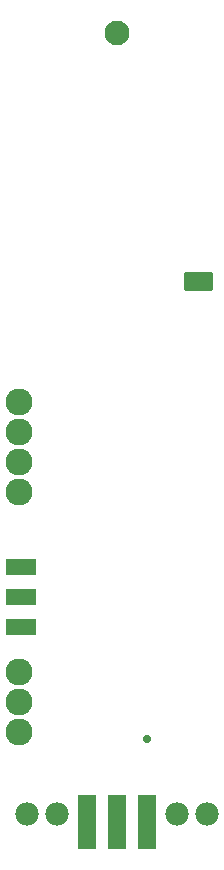
<source format=gbs>
G75*
%MOIN*%
%OFA0B0*%
%FSLAX24Y24*%
%IPPOS*%
%LPD*%
%AMOC8*
5,1,8,0,0,1.08239X$1,22.5*
%
%ADD10C,0.0827*%
%ADD11C,0.0120*%
%ADD12C,0.0900*%
%ADD13R,0.1040X0.0540*%
%ADD14C,0.0780*%
%ADD15R,0.0640X0.1840*%
%ADD16C,0.0280*%
D10*
X003950Y027450D03*
D11*
X006250Y019400D02*
X006250Y018900D01*
X007100Y018900D01*
X007100Y019400D01*
X006250Y019400D01*
X006250Y019347D02*
X007100Y019347D01*
X007100Y019229D02*
X006250Y019229D01*
X006250Y019110D02*
X007100Y019110D01*
X007100Y018992D02*
X006250Y018992D01*
D12*
X000700Y015150D03*
X000700Y014150D03*
X000700Y013150D03*
X000700Y012150D03*
X000700Y006150D03*
X000700Y005150D03*
X000700Y004150D03*
D13*
X000750Y007650D03*
X000750Y008650D03*
X000750Y009650D03*
D14*
X000950Y001400D03*
X001950Y001400D03*
X005950Y001400D03*
X006950Y001400D03*
D15*
X004950Y001150D03*
X003950Y001150D03*
X002950Y001150D03*
D16*
X004950Y003900D03*
M02*

</source>
